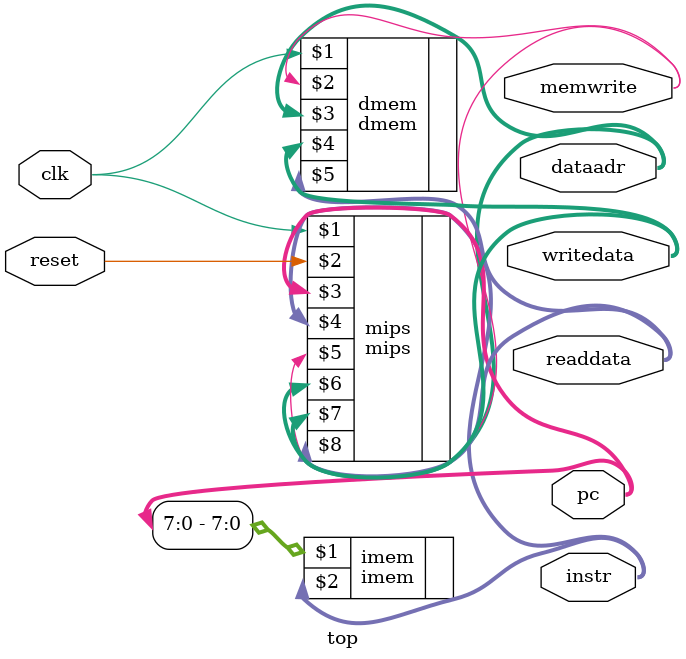
<source format=sv>
`timescale 1ns / 1ps

module top  (input   logic 	 clk, reset,            
	     output  logic[31:0] writedata, dataadr, 
	     output  logic[31:0] pc, instr, readdata,           
	     output  logic       memwrite);    

   // instantiate processor and memories  
   mips mips (clk, reset, pc, instr, memwrite, dataadr, writedata, readdata);  
   imem imem (pc[7:0], instr);  
   dmem dmem (clk, memwrite, dataadr, writedata, readdata);

endmodule

</source>
